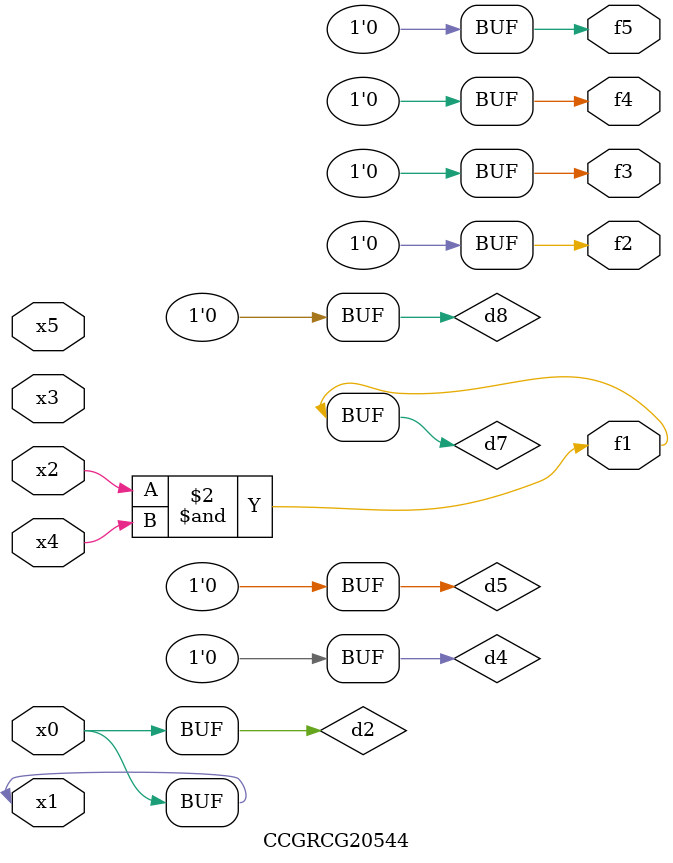
<source format=v>
module CCGRCG20544(
	input x0, x1, x2, x3, x4, x5,
	output f1, f2, f3, f4, f5
);

	wire d1, d2, d3, d4, d5, d6, d7, d8, d9;

	nand (d1, x1);
	buf (d2, x0, x1);
	nand (d3, x2, x4);
	and (d4, d1, d2);
	and (d5, d1, d2);
	nand (d6, d1, d3);
	not (d7, d3);
	xor (d8, d5);
	nor (d9, d5, d6);
	assign f1 = d7;
	assign f2 = d8;
	assign f3 = d8;
	assign f4 = d8;
	assign f5 = d8;
endmodule

</source>
